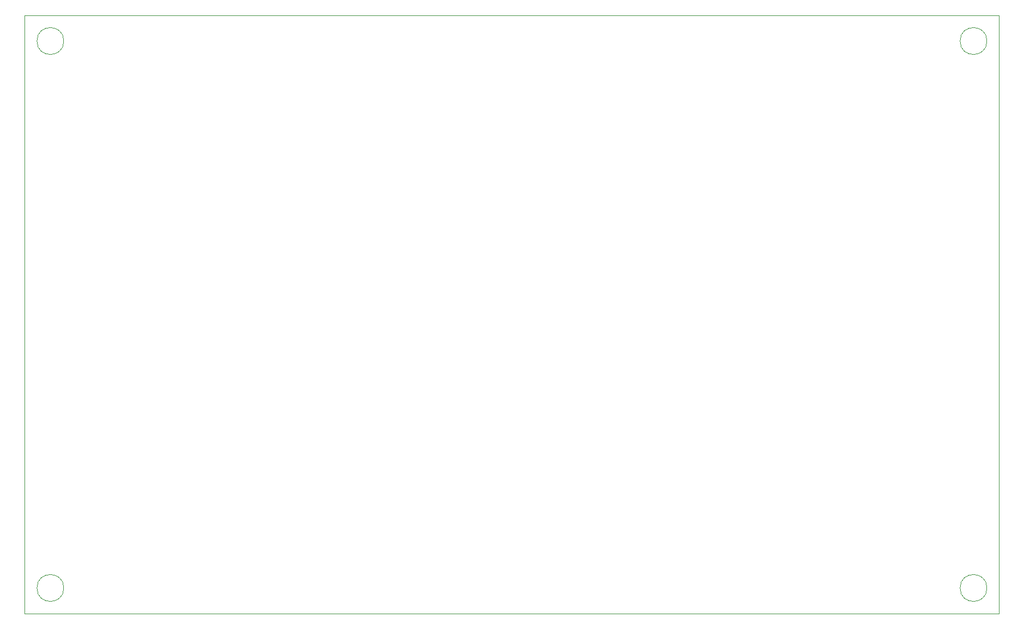
<source format=gm1>
G04 #@! TF.GenerationSoftware,KiCad,Pcbnew,7.0.8*
G04 #@! TF.CreationDate,2024-01-06T20:32:25+01:00*
G04 #@! TF.ProjectId,openautolab,6f70656e-6175-4746-9f6c-61622e6b6963,rev?*
G04 #@! TF.SameCoordinates,Original*
G04 #@! TF.FileFunction,Profile,NP*
%FSLAX46Y46*%
G04 Gerber Fmt 4.6, Leading zero omitted, Abs format (unit mm)*
G04 Created by KiCad (PCBNEW 7.0.8) date 2024-01-06 20:32:25*
%MOMM*%
%LPD*%
G01*
G04 APERTURE LIST*
G04 #@! TA.AperFunction,Profile*
%ADD10C,0.100000*%
G04 #@! TD*
G04 APERTURE END LIST*
D10*
X177260000Y-121920000D02*
G75*
G03*
X177260000Y-121920000I-2000000J0D01*
G01*
X177260000Y-40640000D02*
G75*
G03*
X177260000Y-40640000I-2000000J0D01*
G01*
X40100000Y-40640000D02*
G75*
G03*
X40100000Y-40640000I-2000000J0D01*
G01*
X40100000Y-121920000D02*
G75*
G03*
X40100000Y-121920000I-2000000J0D01*
G01*
X34290000Y-36830000D02*
X179070000Y-36830000D01*
X179070000Y-125740000D01*
X34290000Y-125740000D01*
X34290000Y-36830000D01*
M02*

</source>
